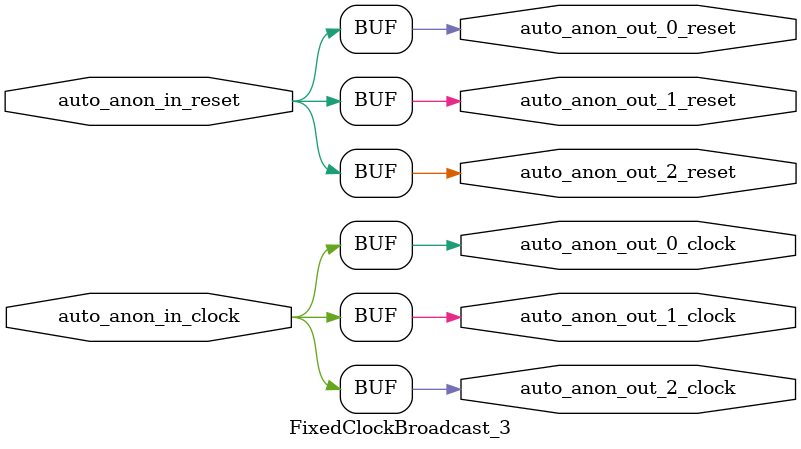
<source format=sv>
module FixedClockBroadcast_3(	// @[generators/rocket-chip/src/main/scala/prci/ClockGroup.scala:104:9]
  input  auto_anon_in_clock,	// @[generators/diplomacy/diplomacy/src/diplomacy/lazymodule/LazyModuleImp.scala:106:25]
  input  auto_anon_in_reset,	// @[generators/diplomacy/diplomacy/src/diplomacy/lazymodule/LazyModuleImp.scala:106:25]
  output auto_anon_out_2_clock,	// @[generators/diplomacy/diplomacy/src/diplomacy/lazymodule/LazyModuleImp.scala:106:25]
  output auto_anon_out_2_reset,	// @[generators/diplomacy/diplomacy/src/diplomacy/lazymodule/LazyModuleImp.scala:106:25]
  output auto_anon_out_1_clock,	// @[generators/diplomacy/diplomacy/src/diplomacy/lazymodule/LazyModuleImp.scala:106:25]
  output auto_anon_out_1_reset,	// @[generators/diplomacy/diplomacy/src/diplomacy/lazymodule/LazyModuleImp.scala:106:25]
  output auto_anon_out_0_clock,	// @[generators/diplomacy/diplomacy/src/diplomacy/lazymodule/LazyModuleImp.scala:106:25]
  output auto_anon_out_0_reset	// @[generators/diplomacy/diplomacy/src/diplomacy/lazymodule/LazyModuleImp.scala:106:25]
);

  assign auto_anon_out_2_clock = auto_anon_in_clock;	// @[generators/rocket-chip/src/main/scala/prci/ClockGroup.scala:104:9]
  assign auto_anon_out_2_reset = auto_anon_in_reset;	// @[generators/rocket-chip/src/main/scala/prci/ClockGroup.scala:104:9]
  assign auto_anon_out_1_clock = auto_anon_in_clock;	// @[generators/rocket-chip/src/main/scala/prci/ClockGroup.scala:104:9]
  assign auto_anon_out_1_reset = auto_anon_in_reset;	// @[generators/rocket-chip/src/main/scala/prci/ClockGroup.scala:104:9]
  assign auto_anon_out_0_clock = auto_anon_in_clock;	// @[generators/rocket-chip/src/main/scala/prci/ClockGroup.scala:104:9]
  assign auto_anon_out_0_reset = auto_anon_in_reset;	// @[generators/rocket-chip/src/main/scala/prci/ClockGroup.scala:104:9]
endmodule


</source>
